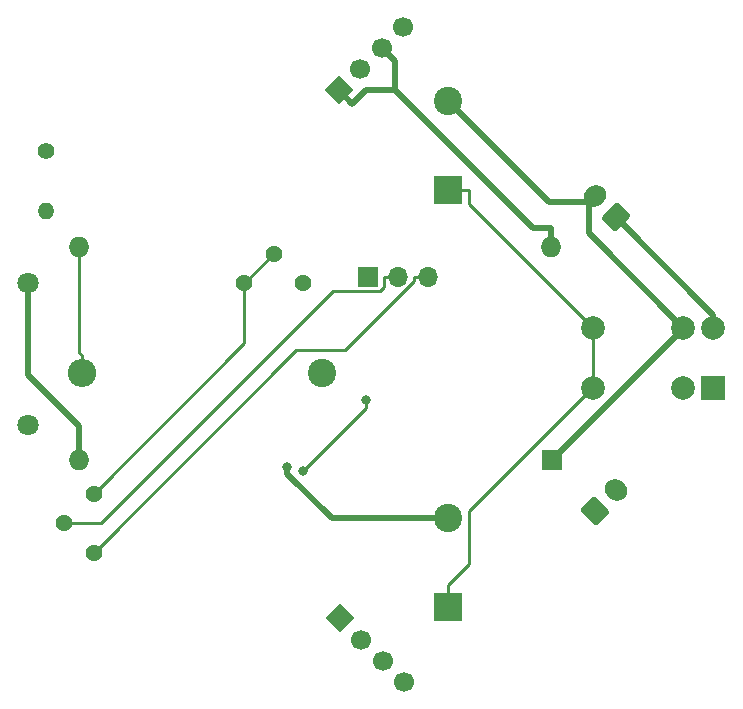
<source format=gbl>
G04 #@! TF.GenerationSoftware,KiCad,Pcbnew,(6.0.11)*
G04 #@! TF.CreationDate,2023-01-31T15:57:48+09:00*
G04 #@! TF.ProjectId,kick-drib-20230121,6b69636b-2d64-4726-9962-2d3230323330,V2.0*
G04 #@! TF.SameCoordinates,PX73bce80PY7ffbac0*
G04 #@! TF.FileFunction,Copper,L2,Bot*
G04 #@! TF.FilePolarity,Positive*
%FSLAX46Y46*%
G04 Gerber Fmt 4.6, Leading zero omitted, Abs format (unit mm)*
G04 Created by KiCad (PCBNEW (6.0.11)) date 2023-01-31 15:57:48*
%MOMM*%
%LPD*%
G01*
G04 APERTURE LIST*
G04 Aperture macros list*
%AMRoundRect*
0 Rectangle with rounded corners*
0 $1 Rounding radius*
0 $2 $3 $4 $5 $6 $7 $8 $9 X,Y pos of 4 corners*
0 Add a 4 corners polygon primitive as box body*
4,1,4,$2,$3,$4,$5,$6,$7,$8,$9,$2,$3,0*
0 Add four circle primitives for the rounded corners*
1,1,$1+$1,$2,$3*
1,1,$1+$1,$4,$5*
1,1,$1+$1,$6,$7*
1,1,$1+$1,$8,$9*
0 Add four rect primitives between the rounded corners*
20,1,$1+$1,$2,$3,$4,$5,0*
20,1,$1+$1,$4,$5,$6,$7,0*
20,1,$1+$1,$6,$7,$8,$9,0*
20,1,$1+$1,$8,$9,$2,$3,0*%
%AMHorizOval*
0 Thick line with rounded ends*
0 $1 width*
0 $2 $3 position (X,Y) of the first rounded end (center of the circle)*
0 $4 $5 position (X,Y) of the second rounded end (center of the circle)*
0 Add line between two ends*
20,1,$1,$2,$3,$4,$5,0*
0 Add two circle primitives to create the rounded ends*
1,1,$1,$2,$3*
1,1,$1,$4,$5*%
%AMRotRect*
0 Rectangle, with rotation*
0 The origin of the aperture is its center*
0 $1 length*
0 $2 width*
0 $3 Rotation angle, in degrees counterclockwise*
0 Add horizontal line*
21,1,$1,$2,0,0,$3*%
G04 Aperture macros list end*
G04 #@! TA.AperFunction,ComponentPad*
%ADD10RoundRect,0.250000X0.954594X0.106066X0.106066X0.954594X-0.954594X-0.106066X-0.106066X-0.954594X0*%
G04 #@! TD*
G04 #@! TA.AperFunction,ComponentPad*
%ADD11HorizOval,1.700000X0.106066X0.106066X-0.106066X-0.106066X0*%
G04 #@! TD*
G04 #@! TA.AperFunction,ComponentPad*
%ADD12RotRect,1.700000X1.700000X135.000000*%
G04 #@! TD*
G04 #@! TA.AperFunction,ComponentPad*
%ADD13HorizOval,1.700000X0.000000X0.000000X0.000000X0.000000X0*%
G04 #@! TD*
G04 #@! TA.AperFunction,ComponentPad*
%ADD14C,1.800000*%
G04 #@! TD*
G04 #@! TA.AperFunction,ComponentPad*
%ADD15C,1.431000*%
G04 #@! TD*
G04 #@! TA.AperFunction,ComponentPad*
%ADD16RoundRect,0.250000X0.106066X-0.954594X0.954594X-0.106066X-0.106066X0.954594X-0.954594X0.106066X0*%
G04 #@! TD*
G04 #@! TA.AperFunction,ComponentPad*
%ADD17HorizOval,1.700000X-0.106066X0.106066X0.106066X-0.106066X0*%
G04 #@! TD*
G04 #@! TA.AperFunction,ComponentPad*
%ADD18C,2.400000*%
G04 #@! TD*
G04 #@! TA.AperFunction,ComponentPad*
%ADD19O,2.400000X2.400000*%
G04 #@! TD*
G04 #@! TA.AperFunction,ComponentPad*
%ADD20RotRect,1.700000X1.700000X45.000000*%
G04 #@! TD*
G04 #@! TA.AperFunction,ComponentPad*
%ADD21HorizOval,1.700000X0.000000X0.000000X0.000000X0.000000X0*%
G04 #@! TD*
G04 #@! TA.AperFunction,ComponentPad*
%ADD22C,1.400000*%
G04 #@! TD*
G04 #@! TA.AperFunction,ComponentPad*
%ADD23O,1.400000X1.400000*%
G04 #@! TD*
G04 #@! TA.AperFunction,ComponentPad*
%ADD24R,2.400000X2.400000*%
G04 #@! TD*
G04 #@! TA.AperFunction,ComponentPad*
%ADD25R,1.727200X1.727200*%
G04 #@! TD*
G04 #@! TA.AperFunction,ComponentPad*
%ADD26O,1.727200X1.727200*%
G04 #@! TD*
G04 #@! TA.AperFunction,ComponentPad*
%ADD27R,2.000000X2.000000*%
G04 #@! TD*
G04 #@! TA.AperFunction,ComponentPad*
%ADD28C,2.000000*%
G04 #@! TD*
G04 #@! TA.AperFunction,ComponentPad*
%ADD29R,1.700000X1.700000*%
G04 #@! TD*
G04 #@! TA.AperFunction,ComponentPad*
%ADD30O,1.700000X1.700000*%
G04 #@! TD*
G04 #@! TA.AperFunction,ViaPad*
%ADD31C,0.800000*%
G04 #@! TD*
G04 #@! TA.AperFunction,Conductor*
%ADD32C,0.250000*%
G04 #@! TD*
G04 #@! TA.AperFunction,Conductor*
%ADD33C,0.500000*%
G04 #@! TD*
G04 APERTURE END LIST*
D10*
X58420000Y51308000D03*
D11*
X56652233Y53075767D03*
D12*
X35005000Y62045200D03*
D13*
X36801051Y63841251D03*
X38597102Y65637302D03*
X40393154Y67433354D03*
D14*
X8692000Y33732200D03*
X8692000Y45732200D03*
D15*
X14224000Y27900000D03*
X11684000Y25400000D03*
X14224000Y22900000D03*
X26964000Y45720000D03*
X29464000Y48220000D03*
X31964000Y45720000D03*
D16*
X56656900Y26411300D03*
D17*
X58424667Y28179067D03*
D18*
X33528000Y38100000D03*
D19*
X13208000Y38100000D03*
D20*
X35099900Y17324300D03*
D21*
X36895951Y15528249D03*
X38692002Y13732198D03*
X40488054Y11936146D03*
D22*
X10160000Y56896000D03*
D23*
X10160000Y51816000D03*
D24*
X44196000Y18288000D03*
D18*
X44196000Y25788000D03*
D25*
X53020000Y30732200D03*
D26*
X52980000Y48732200D03*
X13020000Y30732200D03*
X13020000Y48732200D03*
D27*
X66679500Y36833000D03*
D28*
X64139500Y36833000D03*
X56519500Y36833000D03*
X56519500Y41913000D03*
X64139500Y41913000D03*
X66679500Y41913000D03*
D24*
X44196000Y53594000D03*
D18*
X44196000Y61094000D03*
D29*
X37440000Y46232200D03*
D30*
X39980000Y46232200D03*
X42520000Y46232200D03*
D31*
X30620700Y30145200D03*
X37297500Y35803000D03*
X31958500Y29838500D03*
D32*
X56519500Y41913000D02*
X56519500Y36833000D01*
X56447200Y36833000D02*
X46021300Y26407100D01*
X46021300Y26407100D02*
X46021300Y21938600D01*
X46021300Y52411200D02*
X56519500Y41913000D01*
X44196000Y53594000D02*
X46021300Y53594000D01*
X46021300Y21938600D02*
X44196000Y20113300D01*
X56519500Y36833000D02*
X56447200Y36833000D01*
X44196000Y18288000D02*
X44196000Y20113300D01*
X46021300Y53594000D02*
X46021300Y52411200D01*
D33*
X39728700Y62045200D02*
X37268200Y62045200D01*
X39728700Y62045200D02*
X39728700Y64505700D01*
X35005000Y62045200D02*
X36136600Y60913600D01*
X52980000Y48732200D02*
X52980000Y50346100D01*
X52980000Y50346100D02*
X51427800Y50346100D01*
X37268200Y62045200D02*
X36136600Y60913600D01*
X51427800Y50346100D02*
X39728700Y62045200D01*
X38597100Y65637300D02*
X39728700Y64505700D01*
X13020000Y33620300D02*
X8692000Y37948300D01*
X56121400Y49931100D02*
X64139500Y41913000D01*
X30620700Y29549600D02*
X30620700Y30145200D01*
X52745000Y52545000D02*
X56121400Y52545000D01*
X56652200Y53075800D02*
X56121400Y52545000D01*
X56121400Y52545000D02*
X56121400Y49931100D01*
X34382300Y25788000D02*
X30620700Y29549600D01*
X44196000Y61094000D02*
X52745000Y52545000D01*
X8692000Y37948300D02*
X8692000Y45732200D01*
X53020000Y30732200D02*
X64139500Y41851700D01*
X64139500Y41851700D02*
X64139500Y41913000D01*
X44196000Y25788000D02*
X34382300Y25788000D01*
X13020000Y30732200D02*
X13020000Y33620300D01*
D32*
X38437500Y45056900D02*
X34523800Y45056900D01*
X39980000Y46232200D02*
X38804700Y46232200D01*
X38804700Y45424100D02*
X38437500Y45056900D01*
X38804700Y46232200D02*
X38804700Y45424100D01*
X34523800Y45056900D02*
X14866900Y25400000D01*
X14866900Y25400000D02*
X11684000Y25400000D01*
X41344700Y46232200D02*
X41344700Y45864900D01*
X31383200Y40059200D02*
X14224000Y22900000D01*
X41344700Y45864900D02*
X35539000Y40059200D01*
X42520000Y46232200D02*
X41344700Y46232200D01*
X35539000Y40059200D02*
X31383200Y40059200D01*
X37297500Y35177500D02*
X37297500Y35803000D01*
X31958500Y29838500D02*
X37297500Y35177500D01*
X13020000Y39813300D02*
X13208000Y39625300D01*
X13208000Y38100000D02*
X13208000Y39625300D01*
X13020000Y48732200D02*
X13020000Y39813300D01*
D33*
X66679500Y41913000D02*
X66679500Y43048500D01*
X66679500Y43048500D02*
X58420000Y51308000D01*
D32*
X26964000Y40640000D02*
X14224000Y27900000D01*
X26964000Y45720000D02*
X26964000Y40640000D01*
X29464000Y48220000D02*
X26964000Y45720000D01*
M02*

</source>
